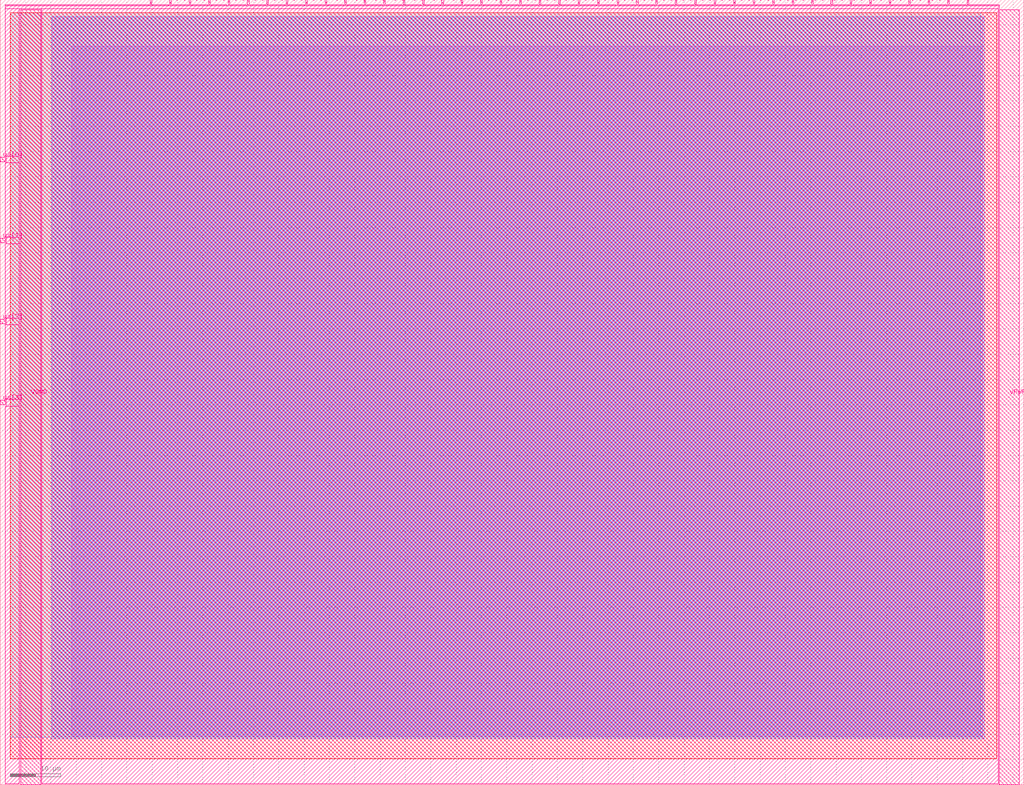
<source format=lef>
VERSION 5.7 ;
  NOWIREEXTENSIONATPIN ON ;
  DIVIDERCHAR "/" ;
  BUSBITCHARS "[]" ;
MACRO tt_um_algofoogle_antonalog
  CLASS BLOCK ;
  FOREIGN tt_um_algofoogle_antonalog ;
  ORIGIN 0.000 0.000 ;
  SIZE 202.080 BY 154.980 ;
  PIN clk
    ANTENNAGATEAREA 0.213200 ;
    PORT
      LAYER Metal5 ;
        RECT 187.050 153.980 187.350 154.980 ;
    END
  END clk
  PIN ena
    ANTENNAGATEAREA 0.180700 ;
    PORT
      LAYER Metal5 ;
        RECT 190.890 153.980 191.190 154.980 ;
    END
  END ena
  PIN rst_n
    ANTENNAGATEAREA 0.180700 ;
    PORT
      LAYER Metal5 ;
        RECT 183.210 153.980 183.510 154.980 ;
    END
  END rst_n
  PIN ui_in[0]
    ANTENNAGATEAREA 0.213200 ;
    PORT
      LAYER Metal5 ;
        RECT 179.370 153.980 179.670 154.980 ;
    END
  END ui_in[0]
  PIN ui_in[1]
    ANTENNAGATEAREA 0.213200 ;
    PORT
      LAYER Metal5 ;
        RECT 175.530 153.980 175.830 154.980 ;
    END
  END ui_in[1]
  PIN ui_in[2]
    ANTENNAGATEAREA 0.213200 ;
    PORT
      LAYER Metal5 ;
        RECT 171.690 153.980 171.990 154.980 ;
    END
  END ui_in[2]
  PIN ui_in[3]
    ANTENNAGATEAREA 0.213200 ;
    PORT
      LAYER Metal5 ;
        RECT 167.850 153.980 168.150 154.980 ;
    END
  END ui_in[3]
  PIN ui_in[4]
    ANTENNAGATEAREA 0.213200 ;
    PORT
      LAYER Metal5 ;
        RECT 164.010 153.980 164.310 154.980 ;
    END
  END ui_in[4]
  PIN ui_in[5]
    ANTENNAGATEAREA 0.213200 ;
    PORT
      LAYER Metal5 ;
        RECT 160.170 153.980 160.470 154.980 ;
    END
  END ui_in[5]
  PIN ui_in[6]
    ANTENNAGATEAREA 0.213200 ;
    PORT
      LAYER Metal5 ;
        RECT 156.330 153.980 156.630 154.980 ;
    END
  END ui_in[6]
  PIN ui_in[7]
    ANTENNAGATEAREA 0.180700 ;
    PORT
      LAYER Metal5 ;
        RECT 152.490 153.980 152.790 154.980 ;
    END
  END ui_in[7]
  PIN uio_in[0]
    PORT
      LAYER Metal5 ;
        RECT 148.650 153.980 148.950 154.980 ;
    END
  END uio_in[0]
  PIN uio_in[1]
    PORT
      LAYER Metal5 ;
        RECT 144.810 153.980 145.110 154.980 ;
    END
  END uio_in[1]
  PIN uio_in[2]
    PORT
      LAYER Metal5 ;
        RECT 140.970 153.980 141.270 154.980 ;
    END
  END uio_in[2]
  PIN uio_in[3]
    PORT
      LAYER Metal5 ;
        RECT 137.130 153.980 137.430 154.980 ;
    END
  END uio_in[3]
  PIN uio_in[4]
    PORT
      LAYER Metal5 ;
        RECT 133.290 153.980 133.590 154.980 ;
    END
  END uio_in[4]
  PIN uio_in[5]
    PORT
      LAYER Metal5 ;
        RECT 129.450 153.980 129.750 154.980 ;
    END
  END uio_in[5]
  PIN uio_in[6]
    PORT
      LAYER Metal5 ;
        RECT 125.610 153.980 125.910 154.980 ;
    END
  END uio_in[6]
  PIN uio_in[7]
    PORT
      LAYER Metal5 ;
        RECT 121.770 153.980 122.070 154.980 ;
    END
  END uio_in[7]
  PIN uio_oe[0]
    ANTENNADIFFAREA 0.392700 ;
    PORT
      LAYER Metal5 ;
        RECT 56.490 153.980 56.790 154.980 ;
    END
  END uio_oe[0]
  PIN uio_oe[1]
    ANTENNADIFFAREA 0.392700 ;
    PORT
      LAYER Metal5 ;
        RECT 52.650 153.980 52.950 154.980 ;
    END
  END uio_oe[1]
  PIN uio_oe[2]
    ANTENNAGATEAREA 655.000000 ;
    ANTENNADIFFAREA 1895.992310 ;
    PORT
      LAYER Metal5 ;
        RECT 48.810 153.980 49.110 154.980 ;
    END
  END uio_oe[2]
  PIN uio_oe[3]
    ANTENNAGATEAREA 655.000000 ;
    ANTENNADIFFAREA 1895.992310 ;
    PORT
      LAYER Metal5 ;
        RECT 44.970 153.980 45.270 154.980 ;
    END
  END uio_oe[3]
  PIN uio_oe[4]
    ANTENNAGATEAREA 655.000000 ;
    ANTENNADIFFAREA 1895.992310 ;
    PORT
      LAYER Metal5 ;
        RECT 41.130 153.980 41.430 154.980 ;
    END
  END uio_oe[4]
  PIN uio_oe[5]
    ANTENNAGATEAREA 655.000000 ;
    ANTENNADIFFAREA 1895.992310 ;
    PORT
      LAYER Metal5 ;
        RECT 37.290 153.980 37.590 154.980 ;
    END
  END uio_oe[5]
  PIN uio_oe[6]
    ANTENNAGATEAREA 655.000000 ;
    ANTENNADIFFAREA 1895.992310 ;
    PORT
      LAYER Metal5 ;
        RECT 33.450 153.980 33.750 154.980 ;
    END
  END uio_oe[6]
  PIN uio_oe[7]
    ANTENNAGATEAREA 655.000000 ;
    ANTENNADIFFAREA 1895.992310 ;
    PORT
      LAYER Metal5 ;
        RECT 29.610 153.980 29.910 154.980 ;
    END
  END uio_oe[7]
  PIN uio_out[0]
    ANTENNAGATEAREA 0.279000 ;
    ANTENNADIFFAREA 0.988000 ;
    PORT
      LAYER Metal5 ;
        RECT 87.210 153.980 87.510 154.980 ;
    END
  END uio_out[0]
  PIN uio_out[1]
    ANTENNAGATEAREA 0.520800 ;
    ANTENNADIFFAREA 0.958400 ;
    PORT
      LAYER Metal5 ;
        RECT 83.370 153.980 83.670 154.980 ;
    END
  END uio_out[1]
  PIN uio_out[2]
    ANTENNADIFFAREA 0.299200 ;
    PORT
      LAYER Metal5 ;
        RECT 79.530 153.980 79.830 154.980 ;
    END
  END uio_out[2]
  PIN uio_out[3]
    ANTENNADIFFAREA 0.299200 ;
    PORT
      LAYER Metal5 ;
        RECT 75.690 153.980 75.990 154.980 ;
    END
  END uio_out[3]
  PIN uio_out[4]
    ANTENNADIFFAREA 0.299200 ;
    PORT
      LAYER Metal5 ;
        RECT 71.850 153.980 72.150 154.980 ;
    END
  END uio_out[4]
  PIN uio_out[5]
    ANTENNADIFFAREA 0.299200 ;
    PORT
      LAYER Metal5 ;
        RECT 68.010 153.980 68.310 154.980 ;
    END
  END uio_out[5]
  PIN uio_out[6]
    ANTENNADIFFAREA 0.299200 ;
    PORT
      LAYER Metal5 ;
        RECT 64.170 153.980 64.470 154.980 ;
    END
  END uio_out[6]
  PIN uio_out[7]
    ANTENNADIFFAREA 0.299200 ;
    PORT
      LAYER Metal5 ;
        RECT 60.330 153.980 60.630 154.980 ;
    END
  END uio_out[7]
  PIN uo_out[0]
    ANTENNAGATEAREA 0.180700 ;
    ANTENNADIFFAREA 0.988000 ;
    PORT
      LAYER Metal5 ;
        RECT 117.930 153.980 118.230 154.980 ;
    END
  END uo_out[0]
  PIN uo_out[1]
    ANTENNAGATEAREA 0.213200 ;
    ANTENNADIFFAREA 0.988000 ;
    PORT
      LAYER Metal5 ;
        RECT 114.090 153.980 114.390 154.980 ;
    END
  END uo_out[1]
  PIN uo_out[2]
    ANTENNAGATEAREA 0.213200 ;
    ANTENNADIFFAREA 0.988000 ;
    PORT
      LAYER Metal5 ;
        RECT 110.250 153.980 110.550 154.980 ;
    END
  END uo_out[2]
  PIN uo_out[3]
    ANTENNADIFFAREA 0.733200 ;
    PORT
      LAYER Metal5 ;
        RECT 106.410 153.980 106.710 154.980 ;
    END
  END uo_out[3]
  PIN uo_out[4]
    ANTENNAGATEAREA 0.180700 ;
    ANTENNADIFFAREA 0.988000 ;
    PORT
      LAYER Metal5 ;
        RECT 102.570 153.980 102.870 154.980 ;
    END
  END uo_out[4]
  PIN uo_out[5]
    ANTENNAGATEAREA 0.213200 ;
    ANTENNADIFFAREA 0.988000 ;
    PORT
      LAYER Metal5 ;
        RECT 98.730 153.980 99.030 154.980 ;
    END
  END uo_out[5]
  PIN uo_out[6]
    ANTENNAGATEAREA 0.213200 ;
    ANTENNADIFFAREA 0.988000 ;
    PORT
      LAYER Metal5 ;
        RECT 94.890 153.980 95.190 154.980 ;
    END
  END uo_out[6]
  PIN uo_out[7]
    ANTENNADIFFAREA 1.039100 ;
    PORT
      LAYER Metal5 ;
        RECT 91.050 153.980 91.350 154.980 ;
    END
  END uo_out[7]
  PIN ua[0]
    PORT
      LAYER Metal5 ;
        RECT 0.000 122.980 1.000 123.880 ;
    END
  END ua[0]
  PIN ua[1]
    PORT
      LAYER Metal5 ;
        RECT 0.000 106.980 1.000 107.880 ;
    END
  END ua[1]
  PIN ua[2]
    PORT
      LAYER Metal5 ;
        RECT 0.000 90.980 1.000 91.880 ;
    END
  END ua[2]
  PIN ua[3]
    PORT
      LAYER Metal5 ;
        RECT 0.000 74.980 1.000 75.880 ;
    END
  END ua[3]
  PIN VGND
    ANTENNAGATEAREA 655.000000 ;
    ANTENNADIFFAREA 1895.992310 ;
    PORT
      LAYER Metal5 ;
        RECT 4.000 0.000 8.000 152.980 ;
    END
  END VGND
  PIN VPWR
    ANTENNAGATEAREA 275.100006 ;
    ANTENNADIFFAREA 2388.849121 ;
    PORT
      LAYER Metal5 ;
        RECT 197.200 0.000 201.200 152.980 ;
    END
  END VPWR
  OBS
      LAYER GatPoly ;
        RECT 14.070 9.410 193.970 145.790 ;
      LAYER Metal1 ;
        RECT 10.130 9.340 193.970 151.610 ;
      LAYER Metal2 ;
        RECT 10.130 9.040 194.245 151.610 ;
      LAYER Metal3 ;
        RECT 2.005 9.415 193.590 152.395 ;
      LAYER Metal4 ;
        RECT 1.960 5.150 196.750 152.370 ;
      LAYER Metal5 ;
        RECT 1.000 153.770 29.400 153.980 ;
        RECT 30.120 153.770 33.240 153.980 ;
        RECT 33.960 153.770 37.080 153.980 ;
        RECT 37.800 153.770 40.920 153.980 ;
        RECT 41.640 153.770 44.760 153.980 ;
        RECT 45.480 153.770 48.600 153.980 ;
        RECT 49.320 153.770 52.440 153.980 ;
        RECT 53.160 153.770 56.280 153.980 ;
        RECT 57.000 153.770 60.120 153.980 ;
        RECT 60.840 153.770 63.960 153.980 ;
        RECT 64.680 153.770 67.800 153.980 ;
        RECT 68.520 153.770 71.640 153.980 ;
        RECT 72.360 153.770 75.480 153.980 ;
        RECT 76.200 153.770 79.320 153.980 ;
        RECT 80.040 153.770 83.160 153.980 ;
        RECT 83.880 153.770 87.000 153.980 ;
        RECT 87.720 153.770 90.840 153.980 ;
        RECT 91.560 153.770 94.680 153.980 ;
        RECT 95.400 153.770 98.520 153.980 ;
        RECT 99.240 153.770 102.360 153.980 ;
        RECT 103.080 153.770 106.200 153.980 ;
        RECT 106.920 153.770 110.040 153.980 ;
        RECT 110.760 153.770 113.880 153.980 ;
        RECT 114.600 153.770 117.720 153.980 ;
        RECT 118.440 153.770 121.560 153.980 ;
        RECT 122.280 153.770 125.400 153.980 ;
        RECT 126.120 153.770 129.240 153.980 ;
        RECT 129.960 153.770 133.080 153.980 ;
        RECT 133.800 153.770 136.920 153.980 ;
        RECT 137.640 153.770 140.760 153.980 ;
        RECT 141.480 153.770 144.600 153.980 ;
        RECT 145.320 153.770 148.440 153.980 ;
        RECT 149.160 153.770 152.280 153.980 ;
        RECT 153.000 153.770 156.120 153.980 ;
        RECT 156.840 153.770 159.960 153.980 ;
        RECT 160.680 153.770 163.800 153.980 ;
        RECT 164.520 153.770 167.640 153.980 ;
        RECT 168.360 153.770 171.480 153.980 ;
        RECT 172.200 153.770 175.320 153.980 ;
        RECT 176.040 153.770 179.160 153.980 ;
        RECT 179.880 153.770 183.000 153.980 ;
        RECT 183.720 153.770 186.840 153.980 ;
        RECT 187.560 153.770 190.680 153.980 ;
        RECT 191.400 153.770 197.200 153.980 ;
        RECT 1.000 153.190 197.200 153.770 ;
        RECT 1.000 124.090 3.790 153.190 ;
        RECT 1.210 122.770 3.790 124.090 ;
        RECT 1.000 108.090 3.790 122.770 ;
        RECT 1.210 106.770 3.790 108.090 ;
        RECT 1.000 92.090 3.790 106.770 ;
        RECT 1.210 90.770 3.790 92.090 ;
        RECT 1.000 76.090 3.790 90.770 ;
        RECT 1.210 74.770 3.790 76.090 ;
        RECT 1.000 0.170 3.790 74.770 ;
        RECT 8.210 0.170 196.990 153.190 ;
  END
END tt_um_algofoogle_antonalog
END LIBRARY


</source>
